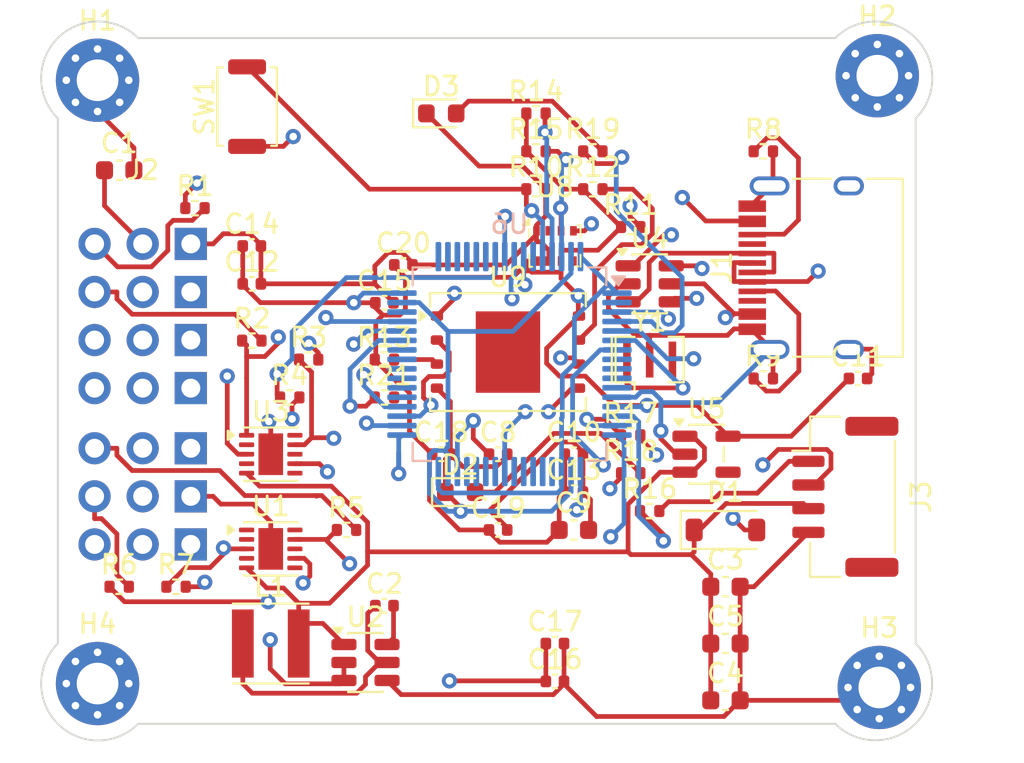
<source format=kicad_pcb>
(kicad_pcb (version 20241229) (generator "pcbnew") (generator_version "9.0")
  (layers (0 "F.Cu" signal) (2 "B.Cu" signal) (13 "F.Paste" user) (15 "B.Paste" user) (5 "F.SilkS" user "F.Silkscreen") (7 "B.SilkS" user "B.Silkscreen") (1 "F.Mask" user) (3 "B.Mask" user) (25 "Edge.Cuts" user))
  (net 0 "")
  (net 1 "GND")
  (net 2 "/S2")
  (net 3 "/S3")
  (net 4 "+3V3")
  (net 5 "VBUS")
  (net 6 "+5V")
  (net 7 "Net-(D1-A)")
  (net 8 "/S1")
  (net 9 "Net-(D3-A)")
  (net 10 "/USB_D+")
  (net 11 "/USB_D-")
  (net 12 "/TAIL")
  (net 13 "/ESC")
  (net 14 "/RPM")
  (net 15 "/SBUS")
  (net 16 "Net-(D2-A)")
  (net 17 "Net-(U2-BST)")
  (net 18 "Net-(U2-SW)")
  (net 19 "Net-(U6-PH0)")
  (net 20 "Net-(U6-PH1)")
  (net 21 "Net-(U6-VCAP_1)")
  (net 22 "Net-(J1-CC1)")
  (net 23 "Net-(J1-CC2)")
  (net 24 "Net-(J2-Pin_1)")
  (net 25 "Net-(J2-Pin_2)")
  (net 26 "Net-(J2-Pin_3)")
  (net 27 "Net-(J2-Pin_4)")
  (net 28 "Net-(J2-Pin_5)")
  (net 29 "Net-(J2-Pin_6)")
  (net 30 "/MCU_D-")
  (net 31 "/MCU_D+")
  (net 32 "Net-(J2-Pin_7)")
  (net 33 "Net-(J3-Pin_1)")
  (net 34 "Net-(J3-Pin_2)")
  (net 35 "Net-(U6-BOOT0)")
  (net 36 "/BARO_SCL")
  (net 37 "/BARO_SDA")
  (net 38 "Net-(U6-NRST)")
  (net 39 "Net-(U9-IO3)")
  (net 40 "Net-(U9-IO2)")
  (net 41 "/UART4_TX")
  (net 42 "/UART4_RX")
  (net 43 "/DSM")
  (net 44 "/LED_RD")
  (net 45 "/LED_GR")
  (net 46 "/FLASH_NSS")
  (net 47 "/FLASH_MISO")
  (net 48 "/FLASH_MOSI")
  (net 49 "/FLASH_SCK")
  (net 50 "Net-(J4-Pin_3)")
  (net 56 "/VBAT_ADC")
  (net 57 "/Vx_ADC")
  (net 58 "/5V_ADC")
  (net 59 "/Vx_Curr")
  (net 60 "/BMI_NSS")
  (net 61 "/BMI_SCK")
  (net 62 "/BMI_MISO")
  (net 63 "/BMI_MOSI")
  (net 64 "/ESC_Curr")
  (net 67 "/UART3_TX")
  (net 68 "/UART3_RX")
  (net 69 "/UART6_TX")
  (net 70 "/UART6_RX")
  (net 73 "/LEDOUT")
  (net 75 "/SWDIO")
  (net 76 "/SWCLK")
  (net 77 "/BMI_INT")
  (footprint "Capacitor_SMD:C_0402_1005Metric" (layer "F.Cu") (at 136.24 92.39)
    (property "Reference" "C14")
    (property "Value" "100n")
  )
  (footprint "Capacitor_SMD:C_0402_1005Metric" (layer "F.Cu") (at 152.24 113.39)
    (property "Reference" "C17")
    (property "Value" "100n")
  )
  (footprint "Resistor_SMD:R_0402_1005Metric" (layer "F.Cu") (at 151.24 85.39)
    (property "Reference" "R14")
    (property "Value" "10k")
  )
  (footprint "Resistor_SMD:R_0402_1005Metric" (layer "F.Cu") (at 143.24 100.39)
    (property "Reference" "R21")
    (property "Value" "22")
  )
  (footprint "Resistor_SMD:R_0402_1005Metric" (layer "F.Cu") (at 151.24 89.39)
    (property "Reference" "R10")
    (property "Value" "10k")
  )
  (footprint "Resistor_SMD:R_0402_1005Metric" (layer "F.Cu") (at 143.24 98.39)
    (property "Reference" "R13")
    (property "Value" "10k")
  )
  (footprint "MountingHole:MountingHole_2.2mm_M2_Pad_Via" (layer "F.Cu") (at 128.0967 83.6367)
    (property "Reference" "H1")
    (property "Value" "MountingHole")
  )
  (footprint "Capacitor_SMD:C_0402_1005Metric" (layer "F.Cu") (at 146.24 103.39)
    (property "Reference" "C18")
    (property "Value" "100n")
  )
  (footprint "Capacitor_SMD:C_0402_1005Metric" (layer "F.Cu") (at 144.24 93.39)
    (property "Reference" "C20")
    (property "Value" "4.7u")
  )
  (footprint "Capacitor_SMD:C_0402_1005Metric" (layer "F.Cu") (at 149.24 103.39)
    (property "Reference" "C8")
    (property "Value" "2.2u")
  )
  (footprint "Capacitor_SMD:C_0402_1005Metric" (layer "F.Cu") (at 136.24 94.39)
    (property "Reference" "C12")
    (property "Value" "100n")
  )
  (footprint "Capacitor_SMD:C_0603_1608Metric" (layer "F.Cu") (at 161.24 116.39)
    (property "Reference" "C4")
    (property "Value" "22u")
  )
  (footprint "Package_TO_SOT_SMD:TSOT-23-6" (layer "F.Cu") (at 142.24 114.39)
    (property "Reference" "U2")
    (property "Value" "AP63205WU")
  )
  (footprint "Inductor_SMD:L_Vishay_IFSC-1515AH_4x4x1.8mm" (layer "F.Cu") (at 137.24 113.39)
    (property "Reference" "L1")
    (property "Value" "CSME0418D-4R7M-LRH")
  )
  (footprint "Resistor_SMD:R_0402_1005Metric" (layer "F.Cu") (at 141.24 107.39)
    (property "Reference" "R5")
    (property "Value" "470")
  )
  (footprint "Package_TO_SOT_SMD:SOT-23-5" (layer "F.Cu") (at 160.24 103.39)
    (property "Reference" "U5")
    (property "Value" "XC6220B331MR")
  )
  (footprint "Resistor_SMD:R_0402_1005Metric" (layer "F.Cu") (at 163.24 87.39)
    (property "Reference" "R8")
    (property "Value" "5.1k")
  )
  (footprint "Package_TO_SOT_SMD:SOT-23-6" (layer "F.Cu") (at 157.24 94.39)
    (property "Reference" "U4")
    (property "Value" "USBLC6-2SC6")
  )
  (footprint "Resistor_SMD:R_0402_1005Metric" (layer "F.Cu") (at 151.24 87.39)
    (property "Reference" "R15")
    (property "Value" "10k")
  )
  (footprint "Package_DFN_QFN:DFN-10-1EP_2.6x2.6mm_P0.5mm_EP1.3x2.2mm" (layer "F.Cu") (at 137.24 103.39)
    (property "Reference" "U3")
    (property "Value" "ESD1014")
  )
  (footprint "Resistor_SMD:R_0402_1005Metric" (layer "F.Cu") (at 154.24 89.39)
    (property "Reference" "R12")
    (property "Value" "10k")
  )
  (footprint "LED_SMD:LED_0603_1608Metric" (layer "F.Cu") (at 147.24 105.39)
    (property "Reference" "D2")
    (property "Value" "Green")
  )
  (footprint "Resistor_SMD:R_0402_1005Metric" (layer "F.Cu") (at 129.24 110.39)
    (property "Reference" "R6")
    (property "Value" "470")
  )
  (footprint "servo:7xServo_Vertical" (layer "F.Cu") (at 130.485 100.21)
    (property "Reference" "J2")
    (property "Value" "Outputs")
  )
  (footprint "Resistor_SMD:R_0402_1005Metric" (layer "F.Cu") (at 154.24 87.39)
    (property "Reference" "R19")
    (property "Value" "47")
  )
  (footprint "Capacitor_SMD:C_0603_1608Metric" (layer "F.Cu") (at 153.24 107.39)
    (property "Reference" "C9")
    (property "Value" "10u")
  )
  (footprint "Capacitor_SMD:C_0402_1005Metric" (layer "F.Cu") (at 143.24 95.39)
    (property "Reference" "C15")
    (property "Value" "100n")
  )
  (footprint "Capacitor_SMD:C_0402_1005Metric" (layer "F.Cu") (at 168.24 99.39)
    (property "Reference" "C11")
    (property "Value" "1u")
  )
  (footprint "Resistor_SMD:R_0402_1005Metric" (layer "F.Cu") (at 163.24 99.39)
    (property "Reference" "R9")
    (property "Value" "5.1k")
  )
  (footprint "Capacitor_SMD:C_0402_1005Metric" (layer "F.Cu") (at 153.24 105.39)
    (property "Reference" "C13")
    (property "Value" "100n")
  )
  (footprint "Resistor_SMD:R_0402_1005Metric" (layer "F.Cu") (at 156.24 102.39)
    (property "Reference" "R17")
    (property "Value" "22")
  )
  (footprint "Resistor_SMD:R_0402_1005Metric" (layer "F.Cu") (at 156.24 104.39)
    (property "Reference" "R18")
    (property "Value" "75")
  )
  (footprint "Package_LGA:Bosch_LGA-8_2x2.5mm_P0.65mm_ClockwisePinNumbering" (layer "F.Cu") (at 152.24 92.39)
    (property "Reference" "U8")
    (property "Value" "SPL06-001")
  )
  (footprint "Capacitor_SMD:C_0402_1005Metric" (layer "F.Cu") (at 152.24 115.39)
    (property "Reference" "C16")
    (property "Value" "100n")
  )
  (footprint "Connector_USB:USB_C_Receptacle_HRO_TYPE-C-31-M-12" (layer "F.Cu") (at 166.7 93.54 90)
    (property "Reference" "J1")
    (property "Value" "USB_C_Receptacle_USB2.0")
  )
  (footprint "LED_SMD:LED_0603_1608Metric" (layer "F.Cu") (at 146.24 85.39)
    (property "Reference" "D3")
    (property "Value" "Red")
  )
  (footprint "Capacitor_SMD:C_0603_1608Metric" (layer "F.Cu") (at 161.24 110.39)
    (property "Reference" "C3")
    (property "Value" "22u")
  )
  (footprint "Resistor_SMD:R_0402_1005Metric" (layer "F.Cu") (at 156.24 91.39)
    (property "Reference" "R11")
    (property "Value" "10k")
  )
  (footprint "Connector_JST:JST_GH_BM04B-GHS-TBT_1x04-1MP_P1.25mm_Vertical" (layer "F.Cu") (at 167.57 105.64 -90)
    (property "Reference" "J3")
    (property "Value" "A")
  )
  (footprint "Capacitor_SMD:C_0402_1005Metric" (layer "F.Cu") (at 143.24 111.39)
    (property "Reference" "C2")
    (property "Value" "100n")
  )
  (footprint "MountingHole:MountingHole_2.2mm_M2_Pad_Via" (layer "F.Cu") (at 169.2567 83.3967)
    (property "Reference" "H2")
    (property "Value" "MountingHole")
  )
  (footprint "Resistor_SMD:R_0402_1005Metric" (layer "F.Cu") (at 136.24 97.39)
    (property "Reference" "R2")
    (property "Value" "470")
  )
  (footprint "Capacitor_SMD:C_0402_1005Metric" (layer "F.Cu") (at 149.24 107.39)
    (property "Reference" "C19")
    (property "Value" "100n")
  )
  (footprint "Diode_SMD:D_SOD-123" (layer "F.Cu") (at 161.24 107.39)
    (property "Reference" "D1")
    (property "Value" "B5819W_C8598")
  )
  (footprint "Capacitor_SMD:C_0402_1005Metric" (layer "F.Cu") (at 153.24 103.39)
    (property "Reference" "C10")
    (property "Value" "100n")
  )
  (footprint "Capacitor_SMD:C_0603_1608Metric" (layer "F.Cu") (at 161.24 113.39)
    (property "Reference" "C5")
    (property "Value" "10u")
  )
  (footprint "Resistor_SMD:R_0402_1005Metric" (layer "F.Cu") (at 139.24 98.39)
    (property "Reference" "R3")
    (property "Value" "470")
  )
  (footprint "Package_SON:WSON-8-1EP_8x6mm_P1.27mm_EP3.4x4.3mm" (layer "F.Cu") (at 149.76 97.995)
    (property "Reference" "U9")
    (property "Value" "W25N01G")
  )
  (footprint "MountingHole:MountingHole_2.2mm_M2_Pad_Via" (layer "F.Cu") (at 169.36 115.71)
    (property "Reference" "H3")
    (property "Value" "MountingHole")
  )
  (footprint "MountingHole:MountingHole_2.2mm_M2_Pad_Via" (layer "F.Cu") (at 128.0967 115.5033)
    (property "Reference" "H4")
    (property "Value" "MountingHole")
  )
  (footprint "Package_DFN_QFN:DFN-10-1EP_2.6x2.6mm_P0.5mm_EP1.3x2.2mm" (layer "F.Cu") (at 137.24 108.39)
    (property "Reference" "U1")
    (property "Value" "ESD1014")
  )
  (footprint "Capacitor_SMD:C_0603_1608Metric" (layer "F.Cu") (at 129.24 88.39)
    (property "Reference" "C1")
    (property "Value" "10u")
  )
  (footprint "Button_Switch_SMD:SW_Push_SPST_NO_Alps_SKRK" (layer "F.Cu") (at 135.99 85.03 90)
    (property "Reference" "SW1")
    (property "Value" "SW_Push")
  )
  (footprint "Resistor_SMD:R_0402_1005Metric" (layer "F.Cu") (at 133.24 90.39)
    (property "Reference" "R1")
    (property "Value" "470")
  )
  (footprint "Resistor_SMD:R_0402_1005Metric" (layer "F.Cu") (at 138.24 100.39)
    (property "Reference" "R4")
    (property "Value" "470")
  )
  (footprint "Resistor_SMD:R_0402_1005Metric" (layer "F.Cu") (at 157.24 106.39)
    (property "Reference" "R16")
    (property "Value" "22")
  )
  (footprint "Resistor_SMD:R_0402_1005Metric" (layer "F.Cu") (at 132.24 110.39)
    (property "Reference" "R7")
    (property "Value" "22r")
  )
  (footprint "Crystal:Resonator_SMD_Murata_CSTxExxV-3Pin_3.0x1.1mm" (layer "F.Cu") (at 157.24 98.39)
    (property "Reference" "Y1")
    (property "Value" "8MHz")
  )
  (footprint "Package_QFP:LQFP-64_10x10mm_P0.5mm" (layer "B.Cu") (at 149.84 98.63 180)
    (property "Reference" "U6")
    (property "Value" "STM32F722RETx")
  )
  (gr_arc (start 130.24264 117.63) (mid 126 117.63) (end 126 113.38736) (stroke (width 0.1)) (layer "Edge.Cuts"))
  (gr_arc (start 126 85.65264) (mid 126 81.41) (end 130.24264 81.41) (stroke (width 0.1)) (layer "Edge.Cuts"))
  (gr_line (start 171.28 85.65264) (end 171.28 113.38736) (stroke (width 0.1)) (layer "Edge.Cuts"))
  (gr_line (start 130.24264 81.41) (end 167.03736 81.41) (stroke (width 0.1)) (layer "Edge.Cuts"))
  (gr_arc (start 167.03736 81.41) (mid 171.28 81.41) (end 171.28 85.65264) (stroke (width 0.1)) (layer "Edge.Cuts"))
  (gr_line (start 126 85.65264) (end 126 113.38736) (stroke (width 0.1)) (layer "Edge.Cuts"))
  (gr_line (start 130.24264 117.63) (end 167.03736 117.63) (stroke (width 0.1)) (layer "Edge.Cuts"))
  (gr_arc (start 171.28 113.38736) (mid 171.28 117.63) (end 167.03736 117.63) (stroke (width 0.1)) (layer "Edge.Cuts"))
  (segment (start 143.72 95.3791) (end 142.7309 94.39) (width 0.25) (layer "F.Cu") (net 1))
  (segment (start 136.72 92.39) (end 136.72 92.3337) (width 0.25) (layer "F.Cu") (net 1))
  (segment (start 144.72 93.2803) (end 144.1732 92.7335) (width 0.25) (layer "F.Cu") (net 1))
  (segment (start 155.0624 95.7072) (end 155.0624 95.0425) (width 0.25) (layer "F.Cu") (net 1))
  (segment (start 142.7309 93.4482) (end 142.7309 94.39) (width 0.25) (layer "F.Cu") (net 1))
  (segment (start 134.1967 105.615) (end 134.607 106.0253) (width 0.25) (layer "F.Cu") (net 1))
  (segment (start 148.8494 106.2957) (end 152.3998 102.7453) (width 0.25) (layer "F.Cu") (net 1))
  (segment (start 142.7309 94.39) (end 136.72 94.39) (width 0.25) (layer "F.Cu") (net 1))
  (segment (start 151.915 92.6133) (end 151.4684 92.1667) (width 0.25) (layer "F.Cu") (net 1))
  (segment (start 137.24 101.7584) (end 137.24 103.39) (width 0.25) (layer "F.Cu") (net 1))
  (segment (start 147.3736 104.0436) (end 146.72 103.39) (width 0.25) (layer "F.Cu") (net 1))
  (segment (start 136.72 92.3337) (end 136.1318 91.7455) (width 0.25) (layer "F.Cu") (net 1))
  (segment (start 158.6456 103.39) (end 157.8287 102.5731) (width 0.25) (layer "F.Cu") (net 1))
  (segment (start 146.4525 105.39) (end 146.4525 103.6575) (width 0.25) (layer "F.Cu") (net 1))
  (segment (start 154.1158 107.2892) (end 154.1158 105.7858) (width 0.25) (layer "F.Cu") (net 1))
  (segment (start 152.1575 116.087) (end 152.72 115.5245) (width 0.25) (layer "F.Cu") (net 1))
  (segment (start 144.1245 116.087) (end 152.1575 116.087) (width 0.25) (layer "F.Cu") (net 1))
  (segment (start 163.75 89.11) (end 163.66 89.2) (width 0.25) (layer "F.Cu") (net 1))
  (segment (start 136.72 94.39) (end 136.72 92.39) (width 0.25) (layer "F.Cu") (net 1))
  (segment (start 134.7312 91.7455) (end 134.1967 92.28) (width 0.25) (layer "F.Cu") (net 1))
  (segment (start 147.257 106.4021) (end 148.8494 106.4021) (width 0.25) (layer "F.Cu") (net 1))
  (segment (start 167.7066 116.39) (end 168.1933 116.8767) (width 0.25) (layer "F.Cu") (net 1))
  (segment (start 147.257 106.1945) (end 146.4525 105.39) (width 0.25) (layer "F.Cu") (net 1))
  (segment (start 163.66 97.84) (end 162.745 96.925) (width 0.25) (layer "F.Cu") (net 1))
  (segment (start 143.3775 115.34) (end 144.1245 116.087) (width 0.25) (layer "F.Cu") (net 1))
  (segment (start 153.72 105.39) (end 153.72 103.39) (width 0.25) (layer "F.Cu") (net 1))
  (segment (start 137.24 108.39) (end 137.24 106.9633) (width 0.25) (layer "F.Cu") (net 1))
  (segment (start 152.72 113.39) (end 152.72 115.39) (width 0.25) (layer "F.Cu") (net 1))
  (segment (start 154.015 107.39) (end 154.1158 107.2892) (width 0.25) (layer "F.Cu") (net 1))
  (segment (start 156.47 97.1148) (end 155.0624 95.7072) (width 0.25) (layer "F.Cu") (net 1))
  (segment (start 151.265 91.2957) (end 151.265 91.59) (width 0.25) (layer "F.Cu") (net 1))
  (segment (start 162.745 90.115) (end 163.66 89.2) (width 0.25) (layer "F.Cu") (net 1))
  (segment (start 152.3998 102.7453) (end 153.1876 102.7453) (width 0.25) (layer "F.Cu") (net 1))
  (segment (start 149.72 103.47) (end 149.1464 104.0436) (width 0.25) (layer "F.Cu") (net 1))
  (segment (start 162.745 110.39) (end 162.015 110.39) (width 0.25) (layer "F.Cu") (net 1))
  (segment (start 133.02 92.28) (end 134.1967 92.28) (width 0.25) (layer "F.Cu") (net 1))
  (segment (start 163.75 87.39) (end 163.75 89.11) (width 0.25) (layer "F.Cu") (net 1))
  (segment (start 149.6609 93.39) (end 144.72 93.39) (width 0.25) (layer "F.Cu") (net 1))
  (segment (start 162.015 113.39) (end 162.015 110.39) (width 0.25) (layer "F.Cu") (net 1))
  (segment (start 151.75 89.39) (end 151.75 90.8107) (width 0.25) (layer "F.Cu") (net 1))
  (segment (start 157.8287 102.5731) (end 157.8287 102.1581) (width 0.25) (layer "F.Cu") (net 1))
  (segment (start 165.62 107.515) (end 162.745 110.39) (width 0.25) (layer "F.Cu") (net 1))
  (segment (start 151.265 91.7859) (end 151.265 92.1667) (width 0.25) (layer "F.Cu") (net 1))
  (segment (start 146.72 103.39) (end 146.72 100.61) (width 0.25) (layer "F.Cu") (net 1))
  (segment (start 151.915 93.19) (end 151.915 92.6133) (width 0.25) (layer "F.Cu") (net 1))
  (segment (start 144.72 93.39) (end 144.72 93.2803) (width 0.25) (layer "F.Cu") (net 1))
  (segment (start 130.015 88.39) (end 130.015 87.205) (width 0.25) (layer "F.Cu") (net 1))
  (segment (start 155.0624 95.0425) (end 155.7149 94.39) (width 0.25) (layer "F.Cu") (net 1))
  (segment (start 154.1158 105.7858) (end 153.72 105.39) (width 0.25) (layer "F.Cu") (net 1))
  (segment (start 133.02 105.615) (end 134.1967 105.615) (width 0.25) (layer "F.Cu") (net 1))
  (segment (start 154.4384 117.2429) (end 161.1621 117.2429) (width 0.25) (layer "F.Cu") (net 1))
  (segment (start 144.1732 92.7335) (end 143.4456 92.7335) (width 0.25) (layer "F.Cu") (net 1))
  (segment (start 162.745 96.77) (end 161.6933 96.77) (width 0.25) (layer "F.Cu") (net 1))
  (segment (start 152.72 115.5245) (end 154.4384 117.2429) (width 0.25) (layer "F.Cu") (net 1))
  (segment (start 159.1025 103.39) (end 158.6456 103.39) (width 0.25) (layer "F.Cu") (net 1))
  (segment (start 152.72 115.39) (end 152.72 115.5245) (width 0.25) (layer "F.Cu") (net 1))
  (segment (start 151.265 91.59) (end 151.265 91.7859) (width 0.25) (layer "F.Cu") (net 1))
  (segment (start 162.745 96.925) (end 162.745 96.77) (width 0.25) (layer "F.Cu") (net 1))
  (segment (start 162.745 90.27) (end 162.745 90.115) (width 0.25) (layer "F.Cu") (net 1))
  (segment (start 162.015 116.39) (end 167.7066 116.39) (width 0.25) (layer "F.Cu") (net 1))
  (segment (start 163.75 99.39) (end 163.75 97.93) (width 0.25) (layer "F.Cu") (net 1))
  (segment (start 161.1621 117.2429) (end 162.015 116.39) (width 0.25) (layer "F.Cu") (net 1))
  (segment (start 149.72 107.39) (end 149.72 107.2727) (width 0.25) (layer "F.Cu") (net 1))
  (segment (start 151.75 89.39) (end 150.5317 88.1717) (width 0.25) (layer "F.Cu") (net 1))
  (segment (start 148.8494 106.4021) (end 148.8494 106.2957) (width 0.25) (layer "F.Cu") (net 1))
  (segment (start 163.75 97.93) (end 163.66 97.84) (width 0.25) (layer "F.Cu") (net 1))
  (segment (start 143.4456 92.7335) (end 142.7309 93.4482) (width 0.25) (layer "F.Cu") (net 1))
  (segment (start 153.1876 102.7453) (end 153.72 103.2777) (width 0.25) (layer "F.Cu") (net 1))
  (segment (start 157.24 97.1133) (end 161.35 97.1133) (width 0.25) (layer "F.Cu") (net 1))
  (segment (start 168.9667 99.1433) (end 168.72 99.39) (width 0.25) (layer "F.Cu") (net 1))
  (segment (start 149.72 107.2727) (end 148.8494 106.4021) (width 0.25) (layer "F.Cu") (net 1))
  (segment (start 157.24 97.115) (end 157.24 97.1148) (width 0.25) (layer "F.Cu") (net 1))
  (segment (start 149.72 103.39) (end 149.72 103.47) (width 0.25) (layer "F.Cu") (net 1))
  (segment (start 137.1394 101.6578) (end 137.24 101.7584) (width 0.25) (layer "F.Cu") (net 1))
  (segment (start 143.72 95.39) (end 143.72 95.3791) (width 0.25) (layer "F.Cu") (net 1))
  (segment (start 157.24 97.1148) (end 156.47 97.1148) (width 0.25) (layer "F.Cu") (net 1))
  (segment (start 146.4525 103.6575) (end 146.72 103.39) (width 0.25) (layer "F.Cu") (net 1))
  (segment (start 136.302 106.0253) (end 137.24 106.9633) (width 0.25) (layer "F.Cu") (net 1))
  (segment (start 149.1464 104.0436) (end 147.3736 104.0436) (width 0.25) (layer "F.Cu") (net 1))
  (segment (start 150.5317 88.1717) (end 148.2342 88.1717) (width 0.25) (layer "F.Cu") (net 1))
  (segment (start 130.015 87.205) (end 128.0967 85.2867) (width 0.25) (layer "F.Cu") (net 1))
  (segment (start 162.015 116.39) (end 162.015 113.39) (width 0.25) (layer "F.Cu") (net 1))
  (segment (start 157.24 98.39) (end 157.24 97.115) (width 0.25) (layer "F.Cu") (net 1))
  (segment (start 151.4684 92.1667) (end 151.265 92.1667) (width 0.25) (layer "F.Cu") (net 1))
  (segment (start 151.265 91.7859) (end 149.6609 93.39) (width 0.25) (layer "F.Cu") (net 1))
  (segment (start 161.35 97.1133) (end 161.6933 96.77) (width 0.25) (layer "F.Cu") (net 1))
  (segment (start 157.24 97.1148) (end 157.24 97.1133) (width 0.25) (layer "F.Cu") (net 1))
  (segment (start 134.607 106.0253) (end 136.302 106.0253) (width 0.25) (layer "F.Cu") (net 1))
  (segment (start 155.7149 94.39) (end 156.1025 94.39) (width 0.25) (layer "F.Cu") (net 1))
  (segment (start 136.1318 91.7455) (end 134.7312 91.7455) (width 0.25) (layer "F.Cu") (net 1))
  (segment (start 168.9667 97.84) (end 168.9667 99.1433) (width 0.25) (layer "F.Cu") (net 1))
  (segment (start 147.257 106.4021) (end 147.257 106.1945) (width 0.25) (layer "F.Cu") (net 1))
  (segment (start 148.2342 88.1717) (end 145.4525 85.39) (width 0.25) (layer "F.Cu") (net 1))
  (segment (start 153.72 103.2777) (end 153.72 103.39) (width 0.25) (layer "F.Cu") (net 1))
  (segment (start 151.75 90.8107) (end 151.265 91.2957) (width 0.25) (layer "F.Cu") (net 1))
  (segment (start 167.84 97.84) (end 168.9667 97.84) (width 0.25) (layer "F.Cu") (net 1))
  (segment (start 146.72 100.61) (end 146.01 99.9) (width 0.25) (layer "F.Cu") (net 1))
  (via (at 157.8287 102.1581) (size 0.8) (drill 0.4) (layers "F.Cu" "B.Cu") (net 1))
  (via (at 147.257 106.4021) (size 0.8) (drill 0.4) (layers "F.Cu" "B.Cu") (net 1))
  (via (at 137.1394 101.6578) (size 0.8) (drill 0.4) (layers "F.Cu" "B.Cu") (net 1))
  (segment (start 146.59 103.3913) (end 146.59 104.305) (width 0.25) (layer "B.Cu") (net 1))
  (segment (start 153.09 105.3755) (end 152.0634 106.4021) (width 0.25) (layer "B.Cu") (net 1))
  (segment (start 156.5048 100.38) (end 155.515 100.38) (width 0.25) (layer "B.Cu") (net 1))
  (segment (start 145.613 103.4312) (end 145.613 105.4481) (width 0.25) (layer "B.Cu") (net 1))
  (segment (start 157.8287 100.664) (end 157.8287 100.514) (width 0.25) (layer "B.Cu") (net 1))
  (segment (start 146.596 96.9044) (end 145.0716 95.38) (width 0.25) (layer "B.Cu") (net 1))
  (segment (start 153.09 104.305) (end 153.09 105.3755) (width 0.25) (layer "B.Cu") (net 1))
  (segment (start 153.09 92.955) (end 153.09 93.8367) (width 0.25) (layer "B.Cu") (net 1))
  (segment (start 146.596 102.9827) (end 146.3887 103.19) (width 0.25) (layer "B.Cu") (net 1))
  (segment (start 152.0634 106.4021) (end 147.257 106.4021) (width 0.25) (layer "B.Cu") (net 1))
  (segment (start 146.3887 103.19) (end 145.8542 103.19) (width 0.25) (layer "B.Cu") (net 1))
  (segment (start 156.7988 100.086) (end 156.5048 100.38) (width 0.25) (layer "B.Cu") (net 1))
  (segment (start 157.4007 100.086) (end 156.7988 100.086) (width 0.25) (layer "B.Cu") (net 1))
  (segment (start 145.613 105.4481) (end 146.567 106.4021) (width 0.25) (layer "B.Cu") (net 1))
  (segment (start 145.8542 103.19) (end 145.613 103.4312) (width 0.25) (layer "B.Cu") (net 1))
  (segment (start 146.596 96.9044) (end 146.596 102.9827) (width 0.25) (layer "B.Cu") (net 1))
  (segment (start 160.836 100.664) (end 157.8287 100.664) (width 0.25) (layer "B.Cu") (net 1))
  (segment (start 146.3887 103.19) (end 146.59 103.3913) (width 0.25) (layer "B.Cu") (net 1))
  (segment (start 157.8287 100.514) (end 157.4007 100.086) (width 0.25) (layer "B.Cu") (net 1))
  (segment (start 145.0716 95.38) (end 144.165 95.38) (width 0.25) (layer "B.Cu") (net 1))
  (segment (start 146.567 106.4021) (end 147.257 106.4021) (width 0.25) (layer "B.Cu") (net 1))
  (segment (start 150.0223 96.9044) (end 146.596 96.9044) (width 0.25) (layer "B.Cu") (net 1))
  (segment (start 153.09 93.8367) (end 150.0223 96.9044) (width 0.25) (layer "B.Cu") (net 1))
  (segment (start 157.8287 102.1581) (end 157.8287 100.664) (width 0.25) (layer "B.Cu") (net 1))
  (segment (start 163.66 97.84) (end 160.836 100.664) (width 0.25) (layer "B.Cu") (net 1))
  (segment (start 135.965 99.3626) (end 135.965 102.39) (width 0.25) (layer "F.Cu") (net 2))
  (segment (start 135.965 97.625) (end 135.965 98.2304) (width 0.25) (layer "F.Cu") (net 2))
  (segment (start 135.965 98.2304) (end 136.9258 98.2304) (width 0.25) (layer "F.Cu") (net 2))
  (segment (start 137.6393 97.5169) (end 137.6393 97.203) (width 0.25) (layer "F.Cu") (net 2))
  (segment (start 135.965 98.2304) (end 135.965 99.3626) (width 0.25) (layer "F.Cu") (net 2))
  (segment (start 136.9258 98.2304) (end 137.6393 97.5169) (width 0.25) (layer "F.Cu") (net 2))
  (segment (start 135.73 97.39) (end 135.965 97.625) (width 0.25) (layer "F.Cu") (net 2))
  (via (at 137.6393 97.203) (size 0.8) (drill 0.4) (layers "F.Cu" "B.Cu") (net 2))
  (via (at 149.9726 95.1762) (size 0.8) (drill 0.4) (layers "F.Cu" "B.Cu") (net 2))
  (segment (start 149.9278 94.136) (end 149.9278 95.1314) (width 0.25) (layer "B.Cu") (net 2))
  (segment (start 149.9726 95.1762) (end 149.9726 95.1778) (width 0.25) (layer "B.Cu") (net 2))
  (segment (start 149.9278 95.1314) (end 149.9726 95.1762) (width 0.25) (layer "B.Cu") (net 2))
  (segment (start 149.9726 95.1778) (end 149.9726 95.1762) (width 0.25) (layer "B.Cu") (net 2))
  (segment (start 150.09 93.9738) (end 149.9278 94.136) (width 0.25) (layer "B.Cu") (net 2))
  (segment (start 150.09 92.955) (end 150.09 93.9738) (width 0.25) (layer "B.Cu") (net 2))
  (segment (start 140.5627 102.5469) (end 140.534 102.5182) (width 0.25) (layer "F.Cu") (net 3))
  (segment (start 139.3928 102.5182) (end 139.3928 99.0528) (width 0.25) (layer "F.Cu") (net 3))
  (segment (start 139.021 102.89) (end 139.3928 102.5182) (width 0.25) (layer "F.Cu") (net 3))
  (segment (start 140.534 102.5182) (end 139.3928 102.5182) (width 0.25) (layer "F.Cu") (net 3))
  (segment (start 138.515 102.89) (end 139.021 102.89) (width 0.25) (layer "F.Cu") (net 3))
  (segment (start 139.3928 99.0528) (end 138.73 98.39) (width 0.25) (layer "F.Cu") (net 3))
  (via (at 140.5627 102.5469) (size 0.8) (drill 0.4) (layers "F.Cu" "B.Cu") (net 3))
  (via (at 150.675 101.1449) (size 0.8) (drill 0.4) (layers "F.Cu" "B.Cu") (net 3))
  (segment (start 150.675 101.1449) (end 149.59 102.2299) (width 0.25) (layer "B.Cu") (net 3))
  (segment (start 149.59 102.2299) (end 149.59 104.305) (width 0.25) (layer "B.Cu") (net 3))
  (segment (start 155.73 91.39) (end 153.73 89.39) (width 0.25) (layer "F.Cu") (net 4))
  (segment (start 143.76 93.4586) (end 144.3473 94.0459) (width 0.25) (layer "F.Cu") (net 4))
  (segment (start 154.5067 92.6133) (end 152.565 92.6133) (width 0.25) (layer "F.Cu") (net 4))
  (segment (start 148.76 107.4712) (end 148.76 107.39) (width 0.25) (layer "F.Cu") (net 4))
  (segment (start 149.3271 108.0383) (end 148.76 107.4712) (width 0.25) (layer "F.Cu") (net 4))
  (segment (start 153.51 96.09) (end 151.8 97.8) (width 0.25) (layer "F.Cu") (net 4))
  (segment (start 151.76 115.39) (end 151.76 115.3603) (width 0.25) (layer "F.Cu") (net 4))
  (segment (start 150.3536 93.7102) (end 150.0179 94.0459) (width 0.25) (layer "F.Cu") (net 4))
  (segment (start 150.73 87.39) (end 150.73 85.39) (width 0.25) (layer "F.Cu") (net 4))
  (segment (start 147.194 107.39) (end 145.6173 105.8133) (width 0.25) (layer "F.Cu") (net 4))
  (segment (start 151.76 115.3603) (end 151.76 113.39) (width 0.25) (layer "F.Cu") (net 4))
  (segment (start 144.5632 102.1932) (end 145.76 103.39) (width 0.25) (layer "F.Cu") (net 4))
  (segment (start 152.76 105.39) (end 152.76 103.39) (width 0.25) (layer "F.Cu") (net 4))
  (segment (start 150.9555 93.7102) (end 150.7633 93.7102) (width 0.25) (layer "F.Cu") (net 4))
  (segment (start 152.465 107.39) (end 151.8167 108.0383) (width 0.25) (layer "F.Cu") (net 4))
  (segment (start 153.4729 95.0204) (end 153.4729 96.0529) (width 0.25) (layer "F.Cu") (net 4))
  (segment (start 152.478 99.265) (end 153.8412 99.265) (width 0.25) (layer "F.Cu") (net 4))
  (segment (start 161.3775 102.44) (end 159.7502 100.8127) (width 0.25) (layer "F.Cu") (net 4))
  (segment (start 143.76 93.39) (end 143.76 93.4586) (width 0.25) (layer "F.Cu") (net 4))
  (segment (start 152.565 93.19) (end 152.565 92.6133) (width 0.25) (layer "F.Cu") (net 4))
  (segment (start 155.73 91.39) (end 154.5067 92.6133) (width 0.25) (layer "F.Cu") (net 4))
  (segment (start 142.7815 98.45) (end 143.9746 99.6431) (width 0.25) (layer "F.Cu") (net 4))
  (segment (start 144.5632 100.1536) (end 144.5632 102.1932) (width 0.25) (layer "F.Cu") (net 4))
  (segment (start 145.6173 105.8133) (end 145.6173 103.5327) (width 0.25) (layer "F.Cu") (net 4))
  (segment (start 144.3473 94.0459) (end 144.3473 95.7456) (width 0.25) (layer "F.Cu") (net 4))
  (segment (start 141.6249 95.39) (end 142.76 95.39) (width 0.25) (layer "F.Cu") (net 4))
  (segment (start 135.76 94.4461) (end 135.76 94.39) (width 0.25) (layer "F.Cu") (net 4))
  (segment (start 142.73 98.39) (end 142.7815 98.39) (width 0.25) (layer "F.Cu") (net 4))
  (segment (start 153.73 89.39) (end 152.73 89.39) (width 0.25) (layer "F.Cu") (net 4))
  (segment (start 153.4729 96.0529) (end 153.51 96.09) (width 0.25) (layer "F.Cu") (net 4))
  (segment (start 144.3473 95.7456) (end 144.0497 96.0432) (width 0.25) (layer "F.Cu") (net 4))
  (segment (start 135.99 87.13) (end 137.9058 87.13) (width 0.25) (layer "F.Cu") (net 4))
  (segment (start 152.565 93.776) (end 152.565 94.1125) (width 0.25) (layer "F.Cu") (net 4))
  (segment (start 150.0179 94.0459) (end 144.3473 94.0459) (width 0.25) (layer "F.Cu") (net 4))
  (segment (start 142.76 95.6454) (end 142.76 95.39) (width 0.25) (layer "F.Cu") (net 4))
  (segment (start 141.6208 95.3859) (end 141.6249 95.39) (width 0.25) (layer "F.Cu") (net 4))
  (segment (start 159.7502 100.8127) (end 157.0997 100.8127) (width 0.25) (layer "F.Cu") (net 4))
  (segment (start 151.0213 93.776) (end 150.9555 93.7102) (width 0.25) (layer "F.Cu") (net 4))
  (segment (start 152.565 94.1125) (end 153.4729 95.0204) (width 0.25) (layer "F.Cu") (net 4))
  (segment (start 135.76 92.39) (end 135.76 94.39) (width 0.25) (layer "F.Cu") (net 4))
  (segment (start 152.565 93.776) (end 151.0213 93.776) (width 0.25) (layer "F.Cu") (net 4))
  (segment (start 145.6173 103.5327) (end 145.76 103.39) (width 0.25) (layer "F.Cu") (net 4))
  (segment (start 136.6998 95.3859) (end 135.76 94.4461) (width 0.25) (layer "F.Cu") (net 4))
  (segment (start 143.1578 96.0432) (end 142.76 95.6454) (width 0.25) (layer "F.Cu") (net 4))
  (segment (start 151.8167 108.0383) (end 149.3271 108.0383) (width 0.25) (layer "F.Cu") (net 4))
  (segment (start 142.7815 98.39) (end 142.7815 96.4195) (width 0.25) (layer "F.Cu") (net 4))
  (segment (start 152.73 89.39) (end 150.73 87.39) (width 0.25) (layer "F.Cu") (net 4))
  (segment (start 148.76 107.39) (end 147.194 107.39) (width 0.25) (layer "F.Cu") (net 4))
  (segment (start 167.76 99.39) (end 164.71 102.44) (width 0.25) (layer "F.Cu") (net 4))
  (segment (start 150.7633 93.7102) (end 150.3536 93.7102) (width 0.25) (layer "F.Cu") (net 4))
  (segment (start 142.7815 98.39) (end 142.7815 98.45) (width 0.25) (layer "F.Cu") (net 4))
  (segment (start 151.8 97.8) (end 151.8 98.587) (width 0.25) (layer "F.Cu") (net 4))
  (segment (start 152.76 105.39) (end 152.465 105.685) (width 0.25) (layer "F.Cu") (net 4))
  (segment (start 151.8 98.587) (end 152.478 99.265) (width 0.25) (layer "F.Cu") (net 4))
  (segment (start 141.6208 95.3859) (end 136.6998 95.3859) (width 0.25) (layer "F.Cu") (net 4))
  (segment (start 151.76 115.3603) (end 146.6719 115.3603) (width 0.25) (layer "F.Cu") (net 4))
  (segment (start 152.465 105.685) (end 152.465 107.39) (width 0.25) (layer "F.Cu") (net 4))
  (segment (start 150.7633 93.7102) (end 150.7633 93.19) (width 0.25) (layer "F.Cu") (net 4))
  (segment (start 152.565 93.776) (end 152.565 93.19) (width 0.25) (layer "F.Cu") (net 4))
  (segment (start 144.0497 96.0432) (end 143.1578 96.0432) (width 0.25) (layer "F.Cu") (net 4))
  (segment (start 153.8412 99.265) (end 155.3889 100.8127) (width 0.25) (layer "F.Cu") (net 4))
  (segment (start 164.71 102.44) (end 161.3775 102.44) (width 0.25) (layer "F.Cu") (net 4))
  (segment (start 144.0527 99.6431) (end 144.5632 100.1536) (width 0.25) (layer "F.Cu") (net 4))
  (segment (start 143.9746 99.6431) (end 144.0527 99.6431) (width 0.25) (layer "F.Cu") (net 4))
  (segment (start 137.9058 87.13) (end 138.4244 86.6114) (width 0.25) (layer "F.Cu") (net 4))
  (segment (start 155.3889 100.8127) (end 157.0997 100.8127) (width 0.25) (layer "F.Cu") (net 4))
  (segment (start 151.265 93.19) (end 150.7633 93.19) (width 0.25) (layer "F.Cu") (net 4))
  (segment (start 142.7815 96.4195) (end 143.1578 96.0432) (width 0.25) (layer "F.Cu") (net 4))
  (via (at 138.4244 86.6114) (size 0.8) (drill 0.4) (layers "F.Cu" "B.Cu") (net 4))
  (via (at 157.0997 100.8127) (size 0.8) (drill 0.4) (layers "F.Cu" "B.Cu") (net 4))
  (via (at 141.6208 95.3859) (size 0.8) (drill 0.4) (layers "F.Cu" "B.Cu") (net 4))
  (via (at 146.6719 115.3603) (size 0.8) (drill 0.4) (layers "F.Cu" "B.Cu") (net 4))
  (via (at 153.4729 95.0204) (size 0.8) (drill 0.4) (layers "F.Cu" "B.Cu") (net 4))
  (segment (start 152.8425 99.0274) (end 153.2686 98.6013) (width 0.25) (layer "B.Cu") (net 4))
  (segment (start 146.2952 105.4353) (end 146.09 105.2301) (width 0.25) (layer "B.Cu") (net 4))
  (segment (start 152.59 104.305) (end 152.59 101.4838) (width 0.25) (layer "B.Cu") (net 4))
  (segment (start 152.59 104.305) (end 152.59 105.2236) (width 0.25) (layer "B.Cu") (net 4))
  (segment (start 142.1267 94.88) (end 144.165 94.88) (width 0.25) (layer "B.Cu") (net 4))
  (segment (start 155.0457 94.4106) (end 155.515 94.88) (width 0.25) (layer "B.Cu") (net 4))
  (segment (start 153.9544 95.5019) (end 155.0457 94.4106) (width 0.25) (layer "B.Cu") (net 4))
  (segment (start 153.2686 96.1877) (end 153.9544 95.5019) (width 0.25) (layer "B.Cu") (net 4))
  (segment (start 152.6279 101.4459) (end 152.6279 99.2387) (width 0.25) (layer "B.Cu") (net 4))
  (segment (start 153.2686 98.6013) (end 153.2686 96.1877) (width 0.25) (layer "B.Cu") (net 4))
  (segment (start 141.6208 95.3859) (end 142.1267 94.88) (width 0.25) (layer "B.Cu") (net 4))
  (segment (start 157.0324 100.88) (end 155.515 100.88) (width 0.25) (layer "B.Cu") (net 4))
  (segment (start 153.59 92.955) (end 155.0457 94.4106) (width 0.25) (layer "B.Cu") (net 4))
  (segment (start 152.6279 99.2387) (end 152.8392 99.0274) (width 0.25) (layer "B.Cu") (net 4))
  (segment (start 157.0997 100.8127) (end 157.0324 100.88) (width 0.25) (layer "B.Cu") (net 4))
  (segment (start 152.8392 99.0274) (end 152.8425 99.0274) (width 0.25) (layer "B.Cu") (net 4))
  (segment (start 146.09 105.2301) (end 146.09 104.305) (width 0.25) (layer "B.Cu") (net 4))
  (segment (start 152.59 101.4838) (end 152.6279 101.4459) (width 0.25) (layer "B.Cu") (net 4))
  (segment (start 153.9544 95.5019) (end 153.4729 95.0204) (width 0.25) (layer "B.Cu") (net 4))
  (segment (start 152.59 105.2236) (end 152.3783 105.4353) (width 0.25) (layer "B.Cu") (net 4))
  (segment (start 152.3783 105.4353) (end 146.2952 105.4353) (width 0.25) (layer "B.Cu") (net 4))
  (segment (start 128.465 90.265) (end 130.48 92.28) (width 0.25) (layer "F.Cu") (net 5))
  (segment (start 141.1025 114.39) (end 141.1025 115.34) (width 0.25) (layer "F.Cu") (net 5))
  (segment (start 140.9258 115.5167) (end 138.0046 115.5167) (width 0.25) (layer "F.Cu") (net 5))
  (segment (start 137.21 114.7221) (end 137.21 113.1865) (width 0.25) (layer "F.Cu") (net 5))
  (segment (start 138.0046 115.5167) (end 137.21 114.7221) (width 0.25) (layer "F.Cu") (net 5))
  (segment (start 128.465 88.39) (end 128.465 90.265) (width 0.25) (layer "F.Cu") (net 5))
  (segment (start 141.1025 115.34) (end 140.9258 115.5167) (width 0.25) (layer "F.Cu") (net 5))
  (via (at 137.21 113.1865) (size 0.8) (drill 0.4) (layers "F.Cu" "B.Cu") (net 5))
  (segment (start 142.3506 106.9867) (end 142.3506 108.5459) (width 0.25) (layer "F.Cu") (net 6))
  (segment (start 157.7918 104.34) (end 159.1025 104.34) (width 0.25) (layer "F.Cu") (net 6))
  (segment (start 135.965 104.39) (end 136.6508 105.0758) (width 0.25) (layer "F.Cu") (net 6))
  (segment (start 161.2733 105.9911) (end 165.3461 105.9911) (width 0.25) (layer "F.Cu") (net 6))
  (segment (start 137.9061 110.4544) (end 137.0294 110.4544) (width 0.25) (layer "F.Cu") (net 6))
  (segment (start 159.8744 107.39) (end 161.2733 105.9911) (width 0.25) (layer "F.Cu") (net 6))
  (segment (start 138.715 112.3266) (end 138.715 111.2633) (width 0.25) (layer "F.Cu") (net 6))
  (segment (start 139.9891 112.3266) (end 141.1025 113.44) (width 0.25) (layer "F.Cu") (net 6))
  (segment (start 156.25 108.6946) (end 159.4413 108.6946) (width 0.25) (layer "F.Cu") (net 6))
  (segment (start 140.3412 111.2633) (end 142.3506 109.2539) (width 0.25) (layer "F.Cu") (net 6))
  (segment (start 156.1013 106.0305) (end 157.7918 104.34) (width 0.25) (layer "F.Cu") (net 6))
  (segment (start 138.715 111.2633) (end 137.9061 110.4544) (width 0.25) (layer "F.Cu") (net 6))
  (segment (start 165.3461 105.9911) (end 165.62 106.265) (width 0.25) (layer "F.Cu") (net 6))
  (segment (start 160.1322 103.6979) (end 159.4902 104.3399) (width 0.25) (layer "F.Cu") (net 6))
  (segment (start 137.0294 110.4544) (end 135.965 109.39) (width 0.25) (layer "F.Cu") (net 6))
  (segment (start 160.465 113.39) (end 160.465 110.39) (width 0.25) (layer "F.Cu") (net 6))
  (segment (start 140.4397 105.0758) (end 142.3506 106.9867) (width 0.25) (layer "F.Cu") (net 6))
  (segment (start 159.4413 108.6946) (end 159.59 108.5459) (width 0.25) (layer "F.Cu") (net 6))
  (segment (start 142.3506 109.2539) (end 142.3506 108.5459) (width 0.25) (layer "F.Cu") (net 6))
  (segment (start 159.59 107.39) (end 159.8744 107.39) (width 0.25) (layer "F.Cu") (net 6))
  (segment (start 160.1322 103.0557) (end 160.1322 103.6979) (width 0.25) (layer "F.Cu") (net 6))
  (segment (start 138.715 112.3266) (end 139.9891 112.3266) (width 0.25) (layer "F.Cu") (net 6))
  (segment (start 159.59 108.5459) (end 159.59 107.39) (width 0.25) (layer "F.Cu") (net 6))
  (segment (start 156.1013 108.5459) (end 156.25 108.6946) (width 0.25) (layer "F.Cu") (net 6))
  (segment (start 160.465 109.7183) (end 159.4413 108.6946) (width 0.25) (layer "F.Cu") (net 6))
  (segment (start 142.3506 108.5459) (end 156.1013 108.5459) (width 0.25) (layer "F.Cu") (net 6))
  (segment (start 159.1025 102.44) (end 159.5165 102.44) (width 0.25) (layer "F.Cu") (net 6))
  (segment (start 136.6508 105.0758) (end 140.4397 105.0758) (width 0.25) (layer "F.Cu") (net 6))
  (segment (start 138.715 113.39) (end 138.715 112.3266) (width 0.25) (layer "F.Cu") (net 6))
  (segment (start 156.1013 108.5459) (end 156.1013 106.0305) (width 0.25) (layer "F.Cu") (net 6))
  (segment (start 159.4902 104.3399) (end 159.1025 104.3399) (width 0.25) (layer "F.Cu") (net 6))
  (segment (start 160.465 116.39) (end 160.465 113.39) (width 0.25) (layer "F.Cu") (net 6))
  (segment (start 159.5165 102.44) (end 160.1322 103.0557) (width 0.25) (layer "F.Cu") (net 6))
  (segment (start 160.465 110.39) (end 160.465 109.7183) (width 0.25) (layer "F.Cu") (net 6))
  (segment (start 138.715 111.2633) (end 140.3412 111.2633) (width 0.25) (layer "F.Cu") (net 6))
  (segment (start 159.1025 104.3399) (end 159.1025 104.34) (width 0.25) (layer "F.Cu") (net 6))
  (segment (start 161.6933 95.97) (end 160.1133 94.39) (width 0.25) (layer "F.Cu") (net 7))
  (segment (start 160.2016 91.07) (end 162.745 91.07) (width 0.25) (layer "F.Cu") (net 7))
  (segment (start 162.89 107.39) (end 162.2566 107.39) (width 0.25) (layer "F.Cu") (net 7))
  (segment (start 161.4898 96.1735) (end 161.6933 95.97) (width 0.25) (layer "F.Cu") (net 7))
  (segment (start 162.2566 107.39) (end 161.6396 106.773) (width 0.25) (layer "F.Cu") (net 7))
  (segment (start 162.745 95.97) (end 161.6933 95.97) (width 0.25) (layer "F.Cu") (net 7))
  (segment (start 161.2352 96.1735) (end 161.4898 96.1735) (width 0.25) (layer "F.Cu") (net 7))
  (segment (start 160.1133 94.39) (end 158.3775 94.39) (width 0.25) (layer "F.Cu") (net 7))
  (segment (start 158.9631 89.8315) (end 160.2016 91.07) (width 0.25) (layer "F.Cu") (net 7))
  (via (at 161.2352 96.1735) (size 0.8) (drill 0.4) (layers "F.Cu" "B.Cu") (net 7))
  (via (at 158.9631 89.8315) (size 0.8) (drill 0.4) (layers "F.Cu" "B.Cu") (net 7))
  (via (at 161.6396 106.773) (size 0.8) (drill 0.4) (layers "F.Cu" "B.Cu") (net 7))
  (segment (start 135.5116 103.39) (end 134.9428 102.8212) (width 0.25) (layer "F.Cu") (net 8))
  (segment (start 133.3476 89.0677) (end 132.73 89.6853) (width 0.25) (layer "F.Cu") (net 8))
  (segment (start 132.73 89.6853) (end 132.73 90.39) (width 0.25) (layer "F.Cu") (net 8))
  (segment (start 134.9428 102.8212) (end 134.9428 99.2631) (width 0.25) (layer "F.Cu") (net 8))
  (segment (start 135.965 103.39) (end 135.5116 103.39) (width 0.25) (layer "F.Cu") (net 8))
  (via (at 134.9428 99.2631) (size 0.8) (drill 0.4) (layers "F.Cu" "B.Cu") (net 8))
  (via (at 133.3476 89.0677) (size 0.8) (drill 0.4) (layers "F.Cu" "B.Cu") (net 8))
  (via (at 149.6145 90.8251) (size 0.8) (drill 0.4) (layers "F.Cu" "B.Cu") (net 8))
  (segment (start 149.59 92.955) (end 149.59 90.8496) (width 0.25) (layer "B.Cu") (net 8))
  (segment (start 149.59 90.8496) (end 149.6145 90.8251) (width 0.25) (layer "B.Cu") (net 8))
  (segment (start 147.6749 84.7426) (end 147.0275 85.39) (width 0.25) (layer "F.Cu") (net 9))
  (segment (start 152.1026 84.7426) (end 147.6749 84.7426) (width 0.25) (layer "F.Cu") (net 9))
  (segment (start 154.75 87.39) (end 152.1026 84.7426) (width 0.25) (layer "F.Cu") (net 9))
  (segment (start 162.745 92.77) (end 163.7967 92.77) (width 0.25) (layer "F.Cu") (net 10))
  (segment (start 156.5414 95.34) (end 156.1025 95.34) (width 0.25) (layer "F.Cu") (net 10))
  (segment (start 162.745 92.77) (end 157.7095 92.77) (width 0.25) (layer "F.Cu") (net 10))
  (segment (start 157.2145 93.265) (end 157.2145 94.6669) (width 0.25) (layer "F.Cu") (net 10))
  (segment (start 157.7095 92.77) (end 157.2145 93.265) (width 0.25) (layer "F.Cu") (net 10))
  (segment (start 162.745 93.77) (end 163.7967 93.77) (width 0.25) (layer "F.Cu") (net 10))
  (segment (start 163.7967 92.77) (end 163.7967 93.77) (width 0.25) (layer "F.Cu") (net 10))
  (segment (start 157.2145 94.6669) (end 156.5414 95.34) (width 0.25) (layer "F.Cu") (net 10))
  (segment (start 162.3325 94.27) (end 161.6933 94.27) (width 0.25) (layer "F.Cu") (net 11))
  (segment (start 162.3325 94.27) (end 162.745 94.27) (width 0.25) (layer "F.Cu") (net 11))
  (segment (start 156.3639 93.44) (end 156.1025 93.44) (width 0.25) (layer "F.Cu") (net 11))
  (segment (start 158.0028 91.8011) (end 156.3639 93.44) (width 0.25) (layer "F.Cu") (net 11))
  (segment (start 162.745 94.27) (end 165.5807 94.27) (width 0.25) (layer "F.Cu") (net 11))
  (segment (start 165.5807 94.27) (end 166.1322 93.7185) (width 0.25) (layer "F.Cu") (net 11))
  (segment (start 158.3899 91.8011) (end 158.0028 91.8011) (width 0.25) (layer "F.Cu") (net 11))
  (segment (start 161.6933 93.27) (end 161.6933 94.27) (width 0.25) (layer "F.Cu") (net 11))
  (segment (start 162.745 93.27) (end 161.6933 93.27) (width 0.25) (layer "F.Cu") (net 11))
  (via (at 158.3899 91.8011) (size 0.8) (drill 0.4) (layers "F.Cu" "B.Cu") (net 11))
  (via (at 166.1322 93.7185) (size 0.8) (drill 0.4) (layers "F.Cu" "B.Cu") (net 11))
  (segment (start 139.8058 103.89) (end 140.2336 104.3178) (width 0.25) (layer "F.Cu") (net 12))
  (segment (start 138.515 103.89) (end 139.8058 103.89) (width 0.25) (layer "F.Cu") (net 12))
  (segment (start 137.5748 99.1504) (end 137.5748 100.2348) (width 0.25) (layer "F.Cu") (net 12))
  (segment (start 137.5748 100.2348) (end 137.73 100.39) (width 0.25) (layer "F.Cu") (net 12))
  (via (at 140.2336 104.3178) (size 0.8) (drill 0.4) (layers "F.Cu" "B.Cu") (net 12))
  (via (at 137.5748 99.1504) (size 0.8) (drill 0.4) (layers "F.Cu" "B.Cu") (net 12))
  (segment (start 138.366 98.3592) (end 137.5748 99.1504) (width 0.25) (layer "B.Cu") (net 12))
  (segment (start 141.2334 94.0606) (end 138.366 96.928) (width 0.25) (layer "B.Cu") (net 12))
  (segment (start 148.8709 94.0606) (end 141.2334 94.0606) (width 0.25) (layer "B.Cu") (net 12))
  (segment (start 149.09 92.955) (end 149.09 93.8415) (width 0.25) (layer "B.Cu") (net 12))
  (segment (start 138.366 96.928) (end 138.366 98.3592) (width 0.25) (layer "B.Cu") (net 12))
  (segment (start 149.09 93.8415) (end 148.8709 94.0606) (width 0.25) (layer "B.Cu") (net 12))
  (segment (start 140.23 107.9994) (end 141.4009 109.1703) (width 0.25) (layer "F.Cu") (net 13))
  (segment (start 141.4009 109.1703) (end 141.3277 109.0971) (width 0.25) (layer "F.Cu") (net 13))
  (segment (start 141.3277 109.0971) (end 141.4009 109.1703) (width 0.25) (layer "F.Cu") (net 13))
  (segment (start 140.73 107.39) (end 140.23 107.89) (width 0.25) (layer "F.Cu") (net 13))
  (segment (start 140.23 107.89) (end 138.515 107.89) (width 0.25) (layer "F.Cu") (net 13))
  (segment (start 140.23 107.89) (end 140.23 107.9994) (width 0.25) (layer "F.Cu") (net 13))
  (via (at 150.6545 94.4369) (size 0.8) (drill 0.4) (layers "F.Cu" "B.Cu") (net 13))
  (via (at 141.4009 109.1703) (size 0.8) (drill 0.4) (layers "F.Cu" "B.Cu") (net 13))
  (segment (start 150.59 94.3724) (end 150.59 92.955) (width 0.25) (layer "B.Cu") (net 13))
  (segment (start 150.6545 94.4369) (end 150.59 94.3724) (width 0.25) (layer "B.Cu") (net 13))
  (segment (start 138.9438 110.1909) (end 139.3033 109.8314) (width 0.25) (layer "F.Cu") (net 14))
  (segment (start 128.73 110.39) (end 129.5211 111.1811) (width 0.25) (layer "F.Cu") (net 14))
  (segment (start 139.0053 108.89) (end 138.515 108.89) (width 0.25) (layer "F.Cu") (net 14))
  (segment (start 129.5211 111.1811) (end 137.1012 111.1811) (width 0.25) (layer "F.Cu") (net 14))
  (segment (start 139.3033 109.188) (end 139.0053 108.89) (width 0.25) (layer "F.Cu") (net 14))
  (segment (start 139.3033 109.8314) (end 139.3033 109.188) (width 0.25) (layer "F.Cu") (net 14))
  (via (at 155.1827 107.75) (size 0.8) (drill 0.4) (layers "F.Cu" "B.Cu") (net 14))
  (via (at 137.1012 111.1811) (size 0.8) (drill 0.4) (layers "F.Cu" "B.Cu") (net 14))
  (via (at 138.9438 110.1909) (size 0.8) (drill 0.4) (layers "F.Cu" "B.Cu") (net 14))
  (segment (start 155.8884 102.7534) (end 155.8884 107.0443) (width 0.25) (layer "B.Cu") (net 14))
  (segment (start 155.8884 107.0443) (end 155.1827 107.75) (width 0.25) (layer "B.Cu") (net 14))
  (segment (start 155.515 102.38) (end 155.8884 102.7534) (width 0.25) (layer "B.Cu") (net 14))
  (segment (start 134.7444 108.3404) (end 134.9087 108.5047) (width 0.25) (layer "F.Cu") (net 15))
  (segment (start 135.965 108.39) (end 135.0234 108.39) (width 0.25) (layer "F.Cu") (net 15))
  (segment (start 134.9087 108.5047) (end 134.0355 109.3779) (width 0.25) (layer "F.Cu") (net 15))
  (segment (start 135.0234 108.39) (end 134.9087 108.5047) (width 0.25) (layer "F.Cu") (net 15))
  (segment (start 134.0355 109.3779) (end 132.7421 109.3779) (width 0.25) (layer "F.Cu") (net 15))
  (segment (start 132.7421 109.3779) (end 131.73 110.39) (width 0.25) (layer "F.Cu") (net 15))
  (via (at 153.3875 106.3254) (size 0.8) (drill 0.4) (layers "F.Cu" "B.Cu") (net 15))
  (via (at 134.7444 108.3404) (size 0.8) (drill 0.4) (layers "F.Cu" "B.Cu") (net 15))
  (segment (start 153.3875 106.3254) (end 153.59 106.1229) (width 0.25) (layer "B.Cu") (net 15))
  (segment (start 153.59 106.1229) (end 153.59 104.305) (width 0.25) (layer "B.Cu") (net 15))
  (segment (start 156.75 104.39) (end 154.6536 102.2936) (width 0.25) (layer "F.Cu") (net 16))
  (segment (start 152.1766 102.2936) (end 149.0802 105.39) (width 0.25) (layer "F.Cu") (net 16))
  (segment (start 154.6536 102.2936) (end 152.1766 102.2936) (width 0.25) (layer "F.Cu") (net 16))
  (segment (start 149.0802 105.39) (end 148.0275 105.39) (width 0.25) (layer "F.Cu") (net 16))
  (segment (start 143.72 111.39) (end 143.72 113.0975) (width 0.25) (layer "F.Cu") (net 17))
  (segment (start 143.72 113.0975) (end 143.3775 113.44) (width 0.25) (layer "F.Cu") (net 17))
  (segment (start 142.989 114.39) (end 142.24 115.139) (width 0.25) (layer "F.Cu") (net 18))
  (segment (start 142.76 111.39) (end 142.3574 111.7926) (width 0.25) (layer "F.Cu") (net 18))
  (segment (start 142.24 115.5469) (end 141.774 116.0129) (width 0.25) (layer "F.Cu") (net 18))
  (segment (start 142.24 115.139) (end 142.24 115.5469) (width 0.25) (layer "F.Cu") (net 18))
  (segment (start 142.989 114.39) (end 143.3775 114.39) (width 0.25) (layer "F.Cu") (net 18))
  (segment (start 142.3574 113.7584) (end 142.989 114.39) (width 0.25) (layer "F.Cu") (net 18))
  (segment (start 142.3574 111.7926) (end 142.3574 113.7584) (width 0.25) (layer "F.Cu") (net 18))
  (segment (start 136.2612 116.0129) (end 135.765 115.5167) (width 0.25) (layer "F.Cu") (net 18))
  (segment (start 141.774 116.0129) (end 136.2612 116.0129) (width 0.25) (layer "F.Cu") (net 18))
  (segment (start 135.765 113.39) (end 135.765 115.5167) (width 0.25) (layer "F.Cu") (net 18))
  (segment (start 158.4831 98.3469) (end 158.44 98.39) (width 0.25) (layer "F.Cu") (net 19))
  (segment (start 159.5612 98.3469) (end 158.4831 98.3469) (width 0.25) (layer "F.Cu") (net 19))
  (via (at 159.5612 98.3469) (size 0.8) (drill 0.4) (layers "F.Cu" "B.Cu") (net 19))
  (segment (start 158.1759 98.3469) (end 159.5612 98.3469) (width 0.25) (layer "B.Cu") (net 19))
  (segment (start 155.515 96.88) (end 156.709 96.88) (width 0.25) (layer "B.Cu") (net 19))
  (segment (start 156.709 96.88) (end 158.1759 98.3469) (width 0.25) (layer "B.Cu") (net 19))
  (segment (start 156.04 98.39) (end 156.04 99.6667) (width 0.25) (layer "F.Cu") (net 20))
  (segment (start 158.9912 99.8875) (end 156.2608 99.8875) (width 0.25) (layer "F.Cu") (net 20))
  (segment (start 156.2608 99.8875) (end 156.04 99.6667) (width 0.25) (layer "F.Cu") (net 20))
  (via (at 158.9912 99.8875) (size 0.8) (drill 0.4) (layers "F.Cu" "B.Cu") (net 20))
  (segment (start 156.4837 97.38) (end 158.9912 99.8875) (width 0.25) (layer "B.Cu") (net 20))
  (segment (start 155.515 97.38) (end 156.4837 97.38) (width 0.25) (layer "B.Cu") (net 20))
  (segment (start 147.9292 101.6182) (end 147.9292 102.5592) (width 0.25) (layer "F.Cu") (net 21))
  (segment (start 147.9292 102.5592) (end 148.76 103.39) (width 0.25) (layer "F.Cu") (net 21))
  (via (at 147.9292 101.6182) (size 0.8) (drill 0.4) (layers "F.Cu" "B.Cu") (net 21))
  (segment (start 147.09 104.305) (end 147.09 102.4574) (width 0.25) (layer "B.Cu") (net 21))
  (segment (start 147.09 102.4574) (end 147.9292 101.6182) (width 0.25) (layer "B.Cu") (net 21))
  (segment (start 165.1139 95.9961) (end 163.8878 94.77) (width 0.25) (layer "F.Cu") (net 22))
  (segment (start 162.73 99.39) (end 163.3951 100.0551) (width 0.25) (layer "F.Cu") (net 22))
  (segment (start 163.3951 100.0551) (end 164.0625 100.0551) (width 0.25) (layer "F.Cu") (net 22))
  (segment (start 165.1139 99.0037) (end 165.1139 95.9961) (width 0.25) (layer "F.Cu") (net 22))
  (segment (start 163.8878 94.77) (end 162.745 94.77) (width 0.25) (layer "F.Cu") (net 22))
  (segment (start 164.0625 100.0551) (end 165.1139 99.0037) (width 0.25) (layer "F.Cu") (net 22))
  (segment (start 164.3375 91.77) (end 165.0929 91.0146) (width 0.25) (layer "F.Cu") (net 23))
  (segment (start 164.0292 86.6846) (end 163.4354 86.6846) (width 0.25) (layer "F.Cu") (net 23))
  (segment (start 165.0929 91.0146) (end 165.0929 87.7483) (width 0.25) (layer "F.Cu") (net 23))
  (segment (start 163.4354 86.6846) (end 162.73 87.39) (width 0.25) (layer "F.Cu") (net 23))
  (segment (start 162.745 91.77) (end 164.3375 91.77) (width 0.25) (layer "F.Cu") (net 23))
  (segment (start 165.0929 87.7483) (end 164.0292 86.6846) (width 0.25) (layer "F.Cu") (net 23))
  (segment (start 130.9417 93.4924) (end 129.1524 93.4924) (width 0.25) (layer "F.Cu") (net 24))
  (segment (start 131.8049 91.3151) (end 131.8049 92.6292) (width 0.25) (layer "F.Cu") (net 24))
  (segment (start 129.1524 93.4924) (end 127.94 92.28) (width 0.25) (layer "F.Cu") (net 24))
  (segment (start 132.0828 91.0372) (end 131.8049 91.3151) (width 0.25) (layer "F.Cu") (net 24))
  (segment (start 131.8049 92.6292) (end 130.9417 93.4924) (width 0.25) (layer "F.Cu") (net 24))
  (segment (start 133.75 90.39) (end 133.1028 91.0372) (width 0.25) (layer "F.Cu") (net 24))
  (segment (start 133.1028 91.0372) (end 132.0828 91.0372) (width 0.25) (layer "F.Cu") (net 24))
  (segment (start 136.75 97.39) (end 135.3567 95.9967) (width 0.25) (layer "F.Cu") (net 25))
  (segment (start 127.94 94.82) (end 129.1167 94.82) (width 0.25) (layer "F.Cu") (net 25))
  (segment (start 129.9256 95.9967) (end 129.1167 95.1878) (width 0.25) (layer "F.Cu") (net 25))
  (segment (start 129.1167 95.1878) (end 129.1167 94.82) (width 0.25) (layer "F.Cu") (net 25))
  (segment (start 135.3567 95.9967) (end 129.9256 95.9967) (width 0.25) (layer "F.Cu") (net 25))
  (segment (start 139.2481 97.5291) (end 139.75 98.031) (width 0.25) (layer "F.Cu") (net 26))
  (segment (start 139.75 98.031) (end 139.75 98.39) (width 0.25) (layer "F.Cu") (net 26))
  (via (at 139.2481 97.5291) (size 0.8) (drill 0.4) (layers "F.Cu" "B.Cu") (net 26))
  (segment (start 138.3652 100.7748) (end 138.3652 101.5261) (width 0.25) (layer "F.Cu") (net 27))
  (segment (start 138.75 100.39) (end 138.3652 100.7748) (width 0.25) (layer "F.Cu") (net 27))
  (via (at 138.3652 101.5261) (size 0.8) (drill 0.4) (layers "F.Cu" "B.Cu") (net 27))
  (segment (start 129.9256 104.2517) (end 134.5475 104.2517) (width 0.25) (layer "F.Cu") (net 28))
  (segment (start 139.6261 105.5736) (end 139.6542 105.6017) (width 0.25) (layer "F.Cu") (net 28))
  (segment (start 139.9336 105.5736) (end 141.75 107.39) (width 0.25) (layer "F.Cu") (net 28))
  (segment (start 139.6542 105.6017) (end 139.6823 105.5736) (width 0.25) (layer "F.Cu") (net 28))
  (segment (start 139.6542 105.6017) (end 139.6823 105.5736) (width 0.25) (layer "F.Cu") (net 28))
  (segment (start 139.6823 105.5736) (end 139.9336 105.5736) (width 0.25) (layer "F.Cu") (net 28))
  (segment (start 129.1167 103.075) (end 129.1167 103.4428) (width 0.25) (layer "F.Cu") (net 28))
  (segment (start 135.8694 105.5736) (end 139.6261 105.5736) (width 0.25) (layer "F.Cu") (net 28))
  (segment (start 129.1167 103.4428) (end 129.9256 104.2517) (width 0.25) (layer "F.Cu") (net 28))
  (segment (start 127.94 103.075) (end 129.1167 103.075) (width 0.25) (layer "F.Cu") (net 28))
  (segment (start 134.5475 104.2517) (end 135.8694 105.5736) (width 0.25) (layer "F.Cu") (net 28))
  (segment (start 128.3078 106.7917) (end 129.1167 107.6006) (width 0.25) (layer "F.Cu") (net 29))
  (segment (start 129.1167 107.6006) (end 129.1167 109.7567) (width 0.25) (layer "F.Cu") (net 29))
  (segment (start 129.1167 109.7567) (end 129.75 110.39) (width 0.25) (layer "F.Cu") (net 29))
  (segment (start 127.94 105.615) (end 127.94 106.7917) (width 0.25) (layer "F.Cu") (net 29))
  (segment (start 127.94 106.7917) (end 128.3078 106.7917) (width 0.25) (layer "F.Cu") (net 29))
  (segment (start 160.001 93.58) (end 159.931 93.51) (width 0.25) (layer "F.Cu") (net 30))
  (segment (start 159.861 93.44) (end 160.001 93.58) (width 0.25) (layer "F.Cu") (net 30))
  (segment (start 159.931 93.51) (end 160.001 93.58) (width 0.25) (layer "F.Cu") (net 30))
  (segment (start 158.3775 93.44) (end 159.861 93.44) (width 0.25) (layer "F.Cu") (net 30))
  (via (at 141.6138 97.5761) (size 0.8) (drill 0.4) (layers "F.Cu" "B.Cu") (net 30))
  (via (at 160.001 93.58) (size 0.8) (drill 0.4) (layers "F.Cu" "B.Cu") (net 30))
  (segment (start 141.7599 97.43) (end 141.6138 97.5761) (width 0.25) (layer "B.Cu") (net 30))
  (segment (start 142.3099 96.88) (end 144.165 96.88) (width 0.25) (layer "B.Cu") (net 30))
  (segment (start 141.6138 97.5761) (end 142.3099 96.88) (width 0.25) (layer "B.Cu") (net 30))
  (segment (start 141.6138 97.5761) (end 141.7599 97.43) (width 0.25) (layer "B.Cu") (net 30))
  (segment (start 158.5604 95.1571) (end 158.3775 95.34) (width 0.25) (layer "F.Cu") (net 31))
  (segment (start 159.7173 95.1571) (end 158.5604 95.1571) (width 0.25) (layer "F.Cu") (net 31))
  (via (at 159.7173 95.1571) (size 0.8) (drill 0.4) (layers "F.Cu" "B.Cu") (net 31))
  (via (at 140.1474 96.1742) (size 0.8) (drill 0.4) (layers "F.Cu" "B.Cu") (net 31))
  (segment (start 140.3532 96.38) (end 144.165 96.38) (width 0.25) (layer "B.Cu") (net 31))
  (segment (start 140.1474 96.1742) (end 140.3532 96.38) (width 0.25) (layer "B.Cu") (net 31))
  (segment (start 132.75 110.39) (end 133.5193 110.39) (width 0.25) (layer "F.Cu") (net 32))
  (segment (start 133.5193 110.39) (end 133.7582 110.1511) (width 0.25) (layer "F.Cu") (net 32))
  (via (at 133.7582 110.1511) (size 0.8) (drill 0.4) (layers "F.Cu" "B.Cu") (net 32))
  (segment (start 165.62 103.765) (end 164.6006 103.765) (width 0.25) (layer "F.Cu") (net 33))
  (segment (start 160.9523 105.4481) (end 160.6877 105.7127) (width 0.25) (layer "F.Cu") (net 33))
  (segment (start 164.6006 103.765) (end 162.9175 105.4481) (width 0.25) (layer "F.Cu") (net 33))
  (segment (start 160.6877 105.7127) (end 160.5021 105.8983) (width 0.25) (layer "F.Cu") (net 33))
  (segment (start 158.2417 105.8983) (end 157.75 106.39) (width 0.25) (layer "F.Cu") (net 33))
  (segment (start 162.9175 105.4481) (end 160.9523 105.4481) (width 0.25) (layer "F.Cu") (net 33))
  (segment (start 160.5021 105.8983) (end 158.2417 105.8983) (width 0.25) (layer "F.Cu") (net 33))
  (segment (start 160.6877 105.7127) (end 160.5021 105.8983) (width 0.25) (layer "F.Cu") (net 33))
  (segment (start 157.6021 103.4265) (end 156.75 102.5744) (width 0.25) (layer "F.Cu") (net 34))
  (segment (start 165.62 105.015) (end 165.9464 105.015) (width 0.25) (layer "F.Cu") (net 34))
  (segment (start 166.5948 103.1377) (end 164.0263 103.1377) (width 0.25) (layer "F.Cu") (net 34))
  (segment (start 165.9464 105.015) (end 166.8098 104.1516) (width 0.25) (layer "F.Cu") (net 34))
  (segment (start 164.0263 103.1377) (end 163.2094 103.9546) (width 0.25) (layer "F.Cu") (net 34))
  (segment (start 156.75 102.5744) (end 156.75 102.39) (width 0.25) (layer "F.Cu") (net 34))
  (segment (start 166.8098 104.1516) (end 166.8098 103.3527) (width 0.25) (layer "F.Cu") (net 34))
  (segment (start 166.8098 103.3527) (end 166.5948 103.1377) (width 0.25) (layer "F.Cu") (net 34))
  (via (at 157.6021 103.4265) (size 0.8) (drill 0.4) (layers "F.Cu" "B.Cu") (net 34))
  (via (at 163.2094 103.9546) (size 0.8) (drill 0.4) (layers "F.Cu" "B.Cu") (net 34))
  (segment (start 151.0092 90.5252) (end 151.0084 90.5244) (width 0.25) (layer "F.Cu") (net 35))
  (segment (start 151.0092 90.5252) (end 150.73 90.246) (width 0.25) (layer "F.Cu") (net 35))
  (segment (start 135.99 82.93) (end 142.45 89.39) (width 0.25) (layer "F.Cu") (net 35))
  (segment (start 142.45 89.39) (end 150.73 89.39) (width 0.25) (layer "F.Cu") (net 35))
  (segment (start 150.73 90.246) (end 150.73 89.39) (width 0.25) (layer "F.Cu") (net 35))
  (via (at 151.0084 90.5244) (size 0.8) (drill 0.4) (layers "F.Cu" "B.Cu") (net 35))
  (segment (start 151.59 91.106) (end 151.59 92.955) (width 0.25) (layer "B.Cu") (net 35))
  (segment (start 151.0092 90.5252) (end 151.59 91.106) (width 0.25) (layer "B.Cu") (net 35))
  (segment (start 151.0092 90.5252) (end 151.0084 90.5244) (width 0.25) (layer "B.Cu") (net 35))
  (segment (start 153.7946 91.59) (end 154.1671 91.2175) (width 0.25) (layer "F.Cu") (net 36))
  (segment (start 153.215 91.59) (end 153.7946 91.59) (width 0.25) (layer "F.Cu") (net 36))
  (segment (start 151.716 85.424) (end 151.716 86.39) (width 0.25) (layer "F.Cu") (net 36))
  (segment (start 151.75 85.39) (end 151.716 85.424) (width 0.25) (layer "F.Cu") (net 36))
  (via (at 154.1671 91.2175) (size 0.8) (drill 0.4) (layers "F.Cu" "B.Cu") (net 36))
  (via (at 151.716 86.39) (size 0.8) (drill 0.4) (layers "F.Cu" "B.Cu") (net 36))
  (segment (start 152.0896 90.9605) (end 152.0896 92.9546) (width 0.25) (layer "B.Cu") (net 36))
  (segment (start 152.0896 92.9546) (end 152.09 92.955) (width 0.25) (layer "B.Cu") (net 36))
  (segment (start 151.8068 86.4808) (end 151.8068 90.6777) (width 0.25) (layer "B.Cu") (net 36))
  (segment (start 151.8068 90.6777) (end 152.0896 90.9605) (width 0.25) (layer "B.Cu") (net 36))
  (segment (start 151.716 86.39) (end 151.8068 86.4808) (width 0.25) (layer "B.Cu") (net 36))
  (segment (start 152.3797 87.39) (end 152.8163 87.8266) (width 0.25) (layer "F.Cu") (net 37))
  (segment (start 151.75 87.39) (end 152.3797 87.39) (width 0.25) (layer "F.Cu") (net 37))
  (segment (start 152.565 90.4083) (end 152.5383 90.3816) (width 0.25) (layer "F.Cu") (net 37))
  (segment (start 152.565 91.59) (end 152.565 90.4083) (width 0.25) (layer "F.Cu") (net 37))
  (via (at 152.5383 90.3816) (size 0.8) (drill 0.4) (layers "F.Cu" "B.Cu") (net 37))
  (via (at 152.8163 87.8266) (size 0.8) (drill 0.4) (layers "F.Cu" "B.Cu") (net 37))
  (segment (start 152.59 88.0529) (end 152.59 90.3816) (width 0.25) (layer "B.Cu") (net 37))
  (segment (start 152.8163 87.8266) (end 152.59 88.0529) (width 0.25) (layer "B.Cu") (net 37))
  (segment (start 152.59 90.3816) (end 152.59 92.955) (width 0.25) (layer "B.Cu") (net 37))
  (segment (start 152.5383 90.3816) (end 152.59 90.3816) (width 0.25) (layer "B.Cu") (net 37))
  (segment (start 156.2029 90.8429) (end 156.2029 90.2683) (width 0.25) (layer "F.Cu") (net 38))
  (segment (start 156.75 91.39) (end 156.2029 90.8429) (width 0.25) (layer "F.Cu") (net 38))
  (via (at 154.7938 103.9543) (size 0.8) (drill 0.4) (layers "F.Cu" "B.Cu") (net 38))
  (via (at 156.2029 90.2683) (size 0.8) (drill 0.4) (layers "F.Cu" "B.Cu") (net 38))
  (segment (start 153.1712 99.3375) (end 154.6287 97.88) (width 0.25) (layer "B.Cu") (net 38))
  (segment (start 153.1712 102.3317) (end 153.1712 99.3375) (width 0.25) (layer "B.Cu") (net 38))
  (segment (start 154.7938 103.9543) (end 153.1712 102.3317) (width 0.25) (layer "B.Cu") (net 38))
  (segment (start 154.6287 97.88) (end 155.515 97.88) (width 0.25) (layer "B.Cu") (net 38))
  (segment (start 154.3343 96.5357) (end 154.3343 93.7572) (width 0.25) (layer "F.Cu") (net 39))
  (segment (start 157.3786 91.7477) (end 157.3786 90.4163) (width 0.25) (layer "F.Cu") (net 39))
  (segment (start 153.51 97.36) (end 154.3343 96.5357) (width 0.25) (layer "F.Cu") (net 39))
  (segment (start 156.8065 92.3198) (end 157.3786 91.7477) (width 0.25) (layer "F.Cu") (net 39))
  (segment (start 155.7717 92.3198) (end 156.8065 92.3198) (width 0.25) (layer "F.Cu") (net 39))
  (segment (start 157.3786 90.4163) (end 156.3523 89.39) (width 0.25) (layer "F.Cu") (net 39))
  (segment (start 154.3343 93.7572) (end 155.7717 92.3198) (width 0.25) (layer "F.Cu") (net 39))
  (segment (start 156.3523 89.39) (end 154.75 89.39) (width 0.25) (layer "F.Cu") (net 39))
  (segment (start 145.77 98.39) (end 146.01 98.63) (width 0.25) (layer "F.Cu") (net 40))
  (segment (start 143.75 98.39) (end 145.77 98.39) (width 0.25) (layer "F.Cu") (net 40))
  (segment (start 157.9654 107.6254) (end 157.9654 107.9679) (width 0.25) (layer "F.Cu") (net 41))
  (segment (start 156.73 106.39) (end 157.9654 107.6254) (width 0.25) (layer "F.Cu") (net 41))
  (via (at 157.9654 107.9679) (size 0.8) (drill 0.4) (layers "F.Cu" "B.Cu") (net 41))
  (segment (start 156.3658 101.38) (end 155.515 101.38) (width 0.25) (layer "B.Cu") (net 41))
  (segment (start 156.6624 106.6649) (end 156.6624 101.6766) (width 0.25) (layer "B.Cu") (net 41))
  (segment (start 157.9654 107.9679) (end 156.6624 106.6649) (width 0.25) (layer "B.Cu") (net 41))
  (segment (start 156.6624 101.6766) (end 156.3658 101.38) (width 0.25) (layer "B.Cu") (net 41))
  (segment (start 154.8832 101.5432) (end 153.9225 101.5432) (width 0.25) (layer "F.Cu") (net 42))
  (segment (start 155.73 102.39) (end 154.8832 101.5432) (width 0.25) (layer "F.Cu") (net 42))
  (via (at 153.9225 101.5432) (size 0.8) (drill 0.4) (layers "F.Cu" "B.Cu") (net 42))
  (segment (start 154.2593 101.88) (end 155.515 101.88) (width 0.25) (layer "B.Cu") (net 42))
  (segment (start 153.9225 101.5432) (end 154.2593 101.88) (width 0.25) (layer "B.Cu") (net 42))
  (segment (start 141.4279 100.852) (end 142.268 100.852) (width 0.25) (layer "F.Cu") (net 43))
  (segment (start 142.268 100.852) (end 142.73 100.39) (width 0.25) (layer "F.Cu") (net 43))
  (via (at 141.4279 100.852) (size 0.8) (drill 0.4) (layers "F.Cu" "B.Cu") (net 43))
  (segment (start 141.4279 100.852) (end 141.4262 100.8503) (width 0.25) (layer "B.Cu") (net 43))
  (segment (start 141.4262 98.8901) (end 142.9363 97.38) (width 0.25) (layer "B.Cu") (net 43))
  (segment (start 141.4262 100.8503) (end 141.4262 98.8901) (width 0.25) (layer "B.Cu") (net 43))
  (segment (start 142.9363 97.38) (end 144.165 97.38) (width 0.25) (layer "B.Cu") (net 43))
  (segment (start 154.3772 88.0372) (end 155.432 88.0372) (width 0.25) (layer "F.Cu") (net 44))
  (segment (start 155.432 88.0372) (end 155.7671 87.7021) (width 0.25) (layer "F.Cu") (net 44))
  (segment (start 153.73 87.39) (end 154.3772 88.0372) (width 0.25) (layer "F.Cu") (net 44))
  (via (at 155.7671 87.7021) (size 0.8) (drill 0.4) (layers "F.Cu" "B.Cu") (net 44))
  (segment (start 158.9565 96.5827) (end 158.9565 94.0495) (width 0.25) (layer "B.Cu") (net 44))
  (segment (start 157.3346 96.38) (end 157.9282 96.9736) (width 0.25) (layer "B.Cu") (net 44))
  (segment (start 158.9565 94.0495) (end 155.4762 90.5692) (width 0.25) (layer "B.Cu") (net 44))
  (segment (start 155.515 96.38) (end 157.3346 96.38) (width 0.25) (layer "B.Cu") (net 44))
  (segment (start 155.4762 90.5692) (end 155.4762 87.993) (width 0.25) (layer "B.Cu") (net 44))
  (segment (start 157.9282 96.9736) (end 158.5656 96.9736) (width 0.25) (layer "B.Cu") (net 44))
  (segment (start 158.5656 96.9736) (end 158.9565 96.5827) (width 0.25) (layer "B.Cu") (net 44))
  (segment (start 155.4762 87.993) (end 155.7671 87.7021) (width 0.25) (layer "B.Cu") (net 44))
  (segment (start 155.73 104.6183) (end 155.73 104.39) (width 0.25) (layer "F.Cu") (net 45))
  (segment (start 155.14 105.2083) (end 155.73 104.6183) (width 0.25) (layer "F.Cu") (net 45))
  (via (at 158.2291 96.2453) (size 0.8) (drill 0.4) (layers "F.Cu" "B.Cu") (net 45))
  (via (at 155.14 105.2083) (size 0.8) (drill 0.4) (layers "F.Cu" "B.Cu") (net 45))
  (segment (start 158.2291 96.2453) (end 158.2291 96.2469) (width 0.25) (layer "B.Cu") (net 45))
  (segment (start 158.2291 96.2469) (end 158.2291 96.2453) (width 0.25) (layer "B.Cu") (net 45))
  (segment (start 155.515 95.88) (end 157.8638 95.88) (width 0.25) (layer "B.Cu") (net 45))
  (segment (start 157.8638 95.88) (end 158.2291 96.2453) (width 0.25) (layer "B.Cu") (net 45))
  (segment (start 146.9377 95.1623) (end 146.9377 94.8879) (width 0.25) (layer "F.Cu") (net 46))
  (segment (start 146.01 96.09) (end 146.9377 95.1623) (width 0.25) (layer "F.Cu") (net 46))
  (segment (start 146.9377 95.1623) (end 146.9377 94.8879) (width 0.25) (layer "F.Cu") (net 46))
  (segment (start 146.9377 94.8879) (end 146.9377 95.1623) (width 0.25) (layer "F.Cu") (net 46))
  (via (at 146.9377 94.8879) (size 0.8) (drill 0.4) (layers "F.Cu" "B.Cu") (net 46))
  (via (at 143.9932 104.414) (size 0.8) (drill 0.4) (layers "F.Cu" "B.Cu") (net 46))
  (segment (start 143.9932 102.5518) (end 144.165 102.38) (width 0.25) (layer "B.Cu") (net 46))
  (segment (start 143.9932 103.3083) (end 143.9932 104.414) (width 0.25) (layer "B.Cu") (net 46))
  (segment (start 143.9932 104.414) (end 143.9932 102.5518) (width 0.25) (layer "B.Cu") (net 46))
  (segment (start 143.9932 104.414) (end 143.9932 103.3083) (width 0.25) (layer "B.Cu") (net 46))
  (segment (start 146.01 97.36) (end 146.6622 98.0122) (width 0.25) (layer "F.Cu") (net 47))
  (segment (start 145.302 99.5705) (end 145.302 100.4015) (width 0.25) (layer "F.Cu") (net 47))
  (segment (start 146.3591 99.2846) (end 145.5879 99.2846) (width 0.25) (layer "F.Cu") (net 47))
  (segment (start 145.5879 99.2846) (end 145.302 99.5705) (width 0.25) (layer "F.Cu") (net 47))
  (segment (start 146.6622 98.0122) (end 146.6622 98.9815) (width 0.25) (layer "F.Cu") (net 47))
  (segment (start 146.6622 98.9815) (end 146.3591 99.2846) (width 0.25) (layer "F.Cu") (net 47))
  (segment (start 145.302 100.4015) (end 145.6967 100.7962) (width 0.25) (layer "F.Cu") (net 47))
  (via (at 145.6967 100.7962) (size 0.8) (drill 0.4) (layers "F.Cu" "B.Cu") (net 47))
  (segment (start 145.1129 101.38) (end 144.165 101.38) (width 0.25) (layer "B.Cu") (net 47))
  (segment (start 145.6967 100.7962) (end 145.1129 101.38) (width 0.25) (layer "B.Cu") (net 47))
  (segment (start 151.9012 101.1449) (end 153.1461 99.9) (width 0.25) (layer "F.Cu") (net 48))
  (segment (start 153.1461 99.9) (end 153.51 99.9) (width 0.25) (layer "F.Cu") (net 48))
  (via (at 151.9012 101.1449) (size 0.8) (drill 0.4) (layers "F.Cu" "B.Cu") (net 48))
  (via (at 142.1538 99.1901) (size 0.8) (drill 0.4) (layers "F.Cu" "B.Cu") (net 48))
  (segment (start 143.2593 100.88) (end 142.1538 99.7745) (width 0.25) (layer "B.Cu") (net 48))
  (segment (start 144.165 100.88) (end 143.2593 100.88) (width 0.25) (layer "B.Cu") (net 48))
  (segment (start 142.1538 99.7745) (end 142.1538 99.1901) (width 0.25) (layer "B.Cu") (net 48))
  (segment (start 153.1807 98.3007) (end 152.5415 98.3007) (width 0.25) (layer "F.Cu") (net 49))
  (segment (start 153.51 98.63) (end 153.1807 98.3007) (width 0.25) (layer "F.Cu") (net 49))
  (via (at 152.5415 98.3007) (size 0.8) (drill 0.4) (layers "F.Cu" "B.Cu") (net 49))
  (via (at 142.2944 101.7491) (size 0.8) (drill 0.4) (layers "F.Cu" "B.Cu") (net 49))
  (segment (start 142.4253 101.88) (end 142.2944 101.7491) (width 0.25) (layer "B.Cu") (net 49))
  (segment (start 144.165 101.88) (end 142.4253 101.88) (width 0.25) (layer "B.Cu") (net 49))
)
</source>
